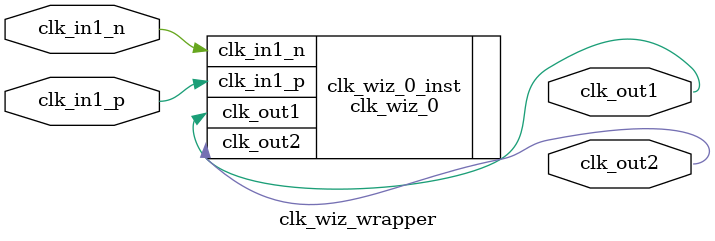
<source format=v>

module clk_wiz_wrapper(
        input clk_in1_n,
        input clk_in1_p,
     //   input reset,
        output clk_out1,
        output clk_out2
    );
    
    clk_wiz_0 clk_wiz_0_inst(
        .clk_in1_n(clk_in1_n),
        .clk_in1_p(clk_in1_p),
    //    .reset(reset),
        .clk_out1(clk_out1),
        .clk_out2(clk_out2)
    );
endmodule

</source>
